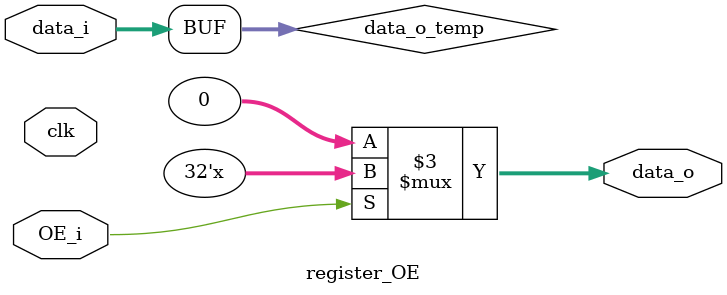
<source format=v>
module register_OE(clk,data_i,data_o, OE_i);

parameter DATA_WITDH = 32;

// Declare port type
input clk;
input OE_i;
input [DATA_WITDH - 1:0] data_i;
output [DATA_WITDH - 1:0] data_o;

// mssv co 8 trang thai nen chi can 3 FF => data_i can 3 bit
// viet [2:0] chu khong phai [0:2]

// Declare data type for ports

// wire: day noi, luon danh cho: input
// reg: thanh ghi, dung de luu tru, bao gom ca wire va register.
    // Bat buoc la kieu register neu la thanh ghi (dung de luu gia tri)
    // La kieu wire khi su dung register de gan gia tri
    // flipflop output luon la kieu reg.
    
wire clk;
wire [DATA_WITDH - 1:0] data_i;
reg [DATA_WITDH - 1:0] data_o_temp;
reg [DATA_WITDH - 1:0] data_o;

// Functional Description
// always la cau lenh de thuc thi, no se thu thi trong begin end
// dieu khien thuc thi la @()
// posedge: tich cuc canh len, negede tich cuc canh xuong
// code cua verilog chay song song chu ko phai tu tren xuong => cac phep gan "<=" co the lay so tu gia tri cu. con phep "=" thi bat buoc bang gia tri moi.
// mach tuan tu luon xai "<="

always @(OE_i, data_i, data_o_temp, clk) 
begin   
        data_o_temp <= data_i;
        data_o = (OE_i == 1'b1) ? data_o_temp : 32'd0;
end

endmodule
</source>
